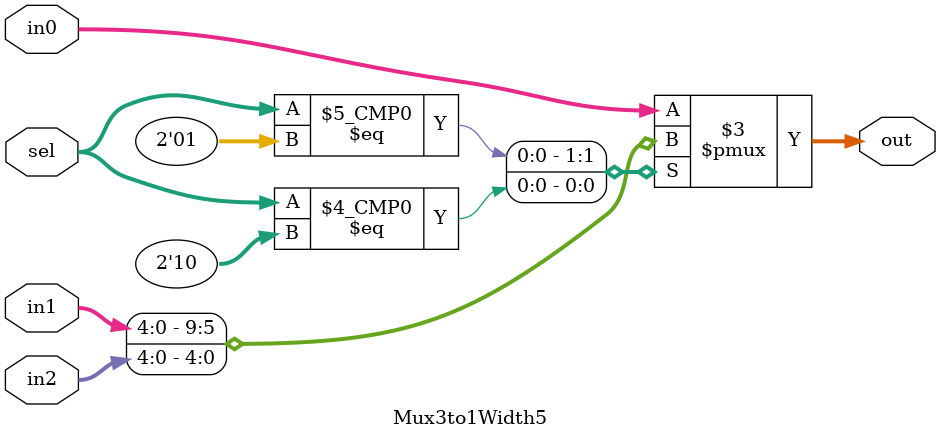
<source format=v>


`timescale 1ns / 1ps

// It is a 3-to-1 multiplexor where the bus width of each of
// the 3 inputs is 5. A 2-bit selector selects one of these
// and outputs the chosen 5-bit binary string.

module Mux3to1Width5 ( out , in0 , in1 , in2 , sel ) ;
    input wire [1:0] sel ;
    input wire [4:0] in0 ;
    input wire [4:0] in1 ;
    input wire [4:0] in2 ;
    output reg [4:0] out ;

    always @ ( * ) begin
        case ( sel )    // multiplexor logic (purely combinational)
            2'b00 : out = in0 ;
            2'b01 : out = in1 ;
            2'b10 : out = in2 ;
            default : out = in0 ;   // to avoid latches
        endcase
    end
endmodule
</source>
